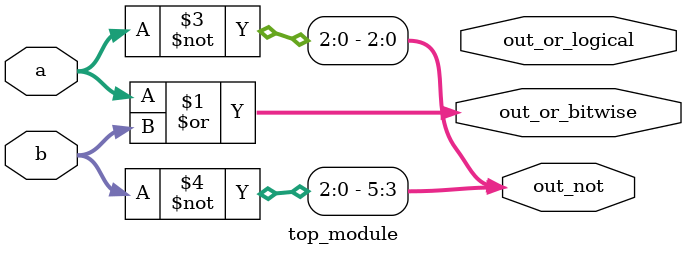
<source format=v>
module top_module (
		   input [2:0] a,
		   input [2:0] b,
		   output [2:0] out_or_bitwise,
		   output out_or_logical,
		   output [5:0] out_not
		   );

   assign out_or_bitwise = (a | b);
   assign out_or_logic = (a || b);
   assign out_not[2:0] = ~a;
   assign out_not[5:3] = ~b;

endmodule

</source>
